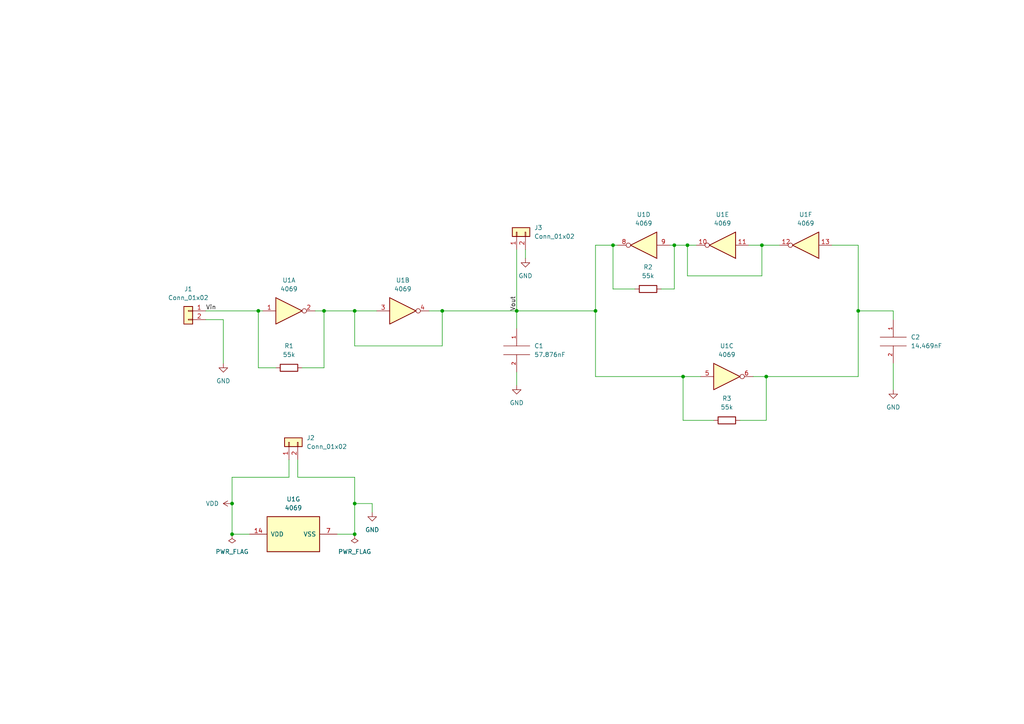
<source format=kicad_sch>
(kicad_sch (version 20211123) (generator eeschema)
  (paper "A4")
  (lib_symbols
    (symbol "4xxx:4069" (pin_names (offset 1.016))
      (property "Reference" "U" (at 0 1.27 0))
      (property "Value" "4069" (at 0 -1.27 0))
      (symbol "4069_1_0"
        (polyline (pts (xy -3.81 3.81) (xy -3.81 -3.81) (xy 3.81 0) (xy -3.81 3.81)) (stroke (width 0.254)) (fill (type background)))
        (pin input line (at -7.62 0 0) (length 3.81) (name "~") (number "1"))
        (pin output inverted (at 7.62 0 180) (length 3.81) (name "~") (number "2"))
      )
      (symbol "4069_2_0"
        (polyline (pts (xy -3.81 3.81) (xy -3.81 -3.81) (xy 3.81 0) (xy -3.81 3.81)) (stroke (width 0.254)) (fill (type background)))
        (pin input line (at -7.62 0 0) (length 3.81) (name "~") (number "3"))
        (pin output inverted (at 7.62 0 180) (length 3.81) (name "~") (number "4"))
      )
      (symbol "4069_3_0"
        (polyline (pts (xy -3.81 3.81) (xy -3.81 -3.81) (xy 3.81 0) (xy -3.81 3.81)) (stroke (width 0.254)) (fill (type background)))
        (pin input line (at -7.62 0 0) (length 3.81) (name "~") (number "5"))
        (pin output inverted (at 7.62 0 180) (length 3.81) (name "~") (number "6"))
      )
      (symbol "4069_4_0"
        (polyline (pts (xy -3.81 3.81) (xy -3.81 -3.81) (xy 3.81 0) (xy -3.81 3.81)) (stroke (width 0.254)) (fill (type background)))
        (pin output inverted (at 7.62 0 180) (length 3.81) (name "~") (number "8"))
        (pin input line (at -7.62 0 0) (length 3.81) (name "~") (number "9"))
      )
      (symbol "4069_5_0"
        (polyline (pts (xy -3.81 3.81) (xy -3.81 -3.81) (xy 3.81 0) (xy -3.81 3.81)) (stroke (width 0.254)) (fill (type background)))
        (pin output inverted (at 7.62 0 180) (length 3.81) (name "~") (number "10"))
        (pin input line (at -7.62 0 0) (length 3.81) (name "~") (number "11"))
      )
      (symbol "4069_6_0"
        (polyline (pts (xy -3.81 3.81) (xy -3.81 -3.81) (xy 3.81 0) (xy -3.81 3.81)) (stroke (width 0.254)) (fill (type background)))
        (pin output inverted (at 7.62 0 180) (length 3.81) (name "~") (number "12"))
        (pin input line (at -7.62 0 0) (length 3.81) (name "~") (number "13"))
      )
      (symbol "4069_7_0"
        (pin power_in line (at 0 12.7 270) (length 5.08) (name "VDD") (number "14"))
        (pin power_in line (at 0 -12.7 90) (length 5.08) (name "VSS") (number "7"))
      )
      (symbol "4069_7_1"
        (rectangle (start -5.08 7.62) (end 5.08 -7.62) (stroke (width 0.254)) (fill (type background)))
      )
    )
    (symbol "Connector_Generic:Conn_01x02" (pin_names (offset 1.016) hide)
      (property "Reference" "J" (at 0 2.54 0))
      (property "Value" "Conn_01x02" (at 0 -5.08 0))
      (symbol "Conn_01x02_1_1"
        (rectangle (start -1.27 -2.413) (end 0 -2.667) (stroke (width 0.1524)))
        (rectangle (start -1.27 0.127) (end 0 -0.127) (stroke (width 0.1524)))
        (rectangle (start -1.27 1.27) (end 1.27 -3.81) (stroke (width 0.254)) (fill (type background)))
        (pin passive line (at -5.08 0 0) (length 3.81) (name "Pin_1") (number "1"))
        (pin passive line (at -5.08 -2.54 0) (length 3.81) (name "Pin_2") (number "2"))
      )
    )
    (symbol "Device:R" (pin_numbers hide) (pin_names (offset 0))
      (property "Reference" "R" (at 2.032 0 90))
      (property "Value" "R" (at 0 0 90))
      (symbol "R_0_1"
        (rectangle (start -1.016 -2.54) (end 1.016 2.54) (stroke (width 0.254)))
      )
      (symbol "R_1_1"
        (pin passive line (at 0 3.81 270) (length 1.27) (name "~") (number "1"))
        (pin passive line (at 0 -3.81 90) (length 1.27) (name "~") (number "2"))
      )
    )
    (symbol "power:GND" (power) (pin_names (offset 0))
      (property "Value" "GND" (at 0 -3.81 0))
      (symbol "GND_0_1"
        (polyline (pts (xy 0 0) (xy 0 -1.27) (xy 1.27 -1.27) (xy 0 -2.54) (xy -1.27 -1.27) (xy 0 -1.27)))
      )
      (symbol "GND_1_1"
        (pin power_in line (at 0 0 270) (length 0) hide (name "GND") (number "1"))
      )
    )
    (symbol "power:PWR_FLAG" (power) (pin_numbers hide) (pin_names (offset 0) hide)
      (property "Value" "PWR_FLAG" (at 0 3.81 0))
      (symbol "PWR_FLAG_0_0"
        (pin power_out line (at 0 0 90) (length 0) (name "pwr") (number "1"))
      )
      (symbol "PWR_FLAG_0_1"
        (polyline (pts (xy 0 0) (xy 0 1.27) (xy -1.016 1.905) (xy 0 2.54) (xy 1.016 1.905) (xy 0 1.27)))
      )
    )
    (symbol "power:VDD" (power) (pin_names (offset 0))
      (property "Value" "VDD" (at 0 3.81 0))
      (symbol "VDD_0_1"
        (polyline (pts (xy -0.762 1.27) (xy 0 2.54)))
        (polyline (pts (xy 0 0) (xy 0 2.54)))
        (polyline (pts (xy 0 2.54) (xy 0.762 1.27)))
      )
      (symbol "VDD_1_1"
        (pin power_in line (at 0 0 90) (length 0) hide (name "VDD") (number "1"))
      )
    )
    (symbol "pspice:CAP" (pin_names (offset 0.254))
      (property "Reference" "C" (at 2.54 3.81 90))
      (property "Value" "CAP" (at 2.54 -3.81 90))
      (symbol "CAP_0_1"
        (polyline (pts (xy -3.81 -1.27) (xy 3.81 -1.27)))
        (polyline (pts (xy -3.81 1.27) (xy 3.81 1.27)))
      )
      (symbol "CAP_1_1"
        (pin passive line (at 0 6.35 270) (length 5.08) (name "~") (number "1"))
        (pin passive line (at 0 -6.35 90) (length 5.08) (name "~") (number "2"))
      )
    )
  )
  (junction (at 102.87 90.17))
  (junction (at 222.25 109.22))
  (junction (at 248.92 90.17))
  (junction (at 93.98 90.17))
  (junction (at 74.93 90.17))
  (junction (at 199.39 71.12))
  (junction (at 177.8 71.12))
  (junction (at 195.58 71.12))
  (junction (at 149.86 90.17))
  (junction (at 198.12 109.22))
  (junction (at 128.27 90.17))
  (junction (at 102.87 154.94))
  (junction (at 67.31 154.94))
  (junction (at 220.98 71.12))
  (junction (at 102.87 146.05))
  (junction (at 172.72 90.17))
  (junction (at 67.31 146.05))
  (wire (pts (xy 191.77 83.82) (xy 195.58 83.82)))
  (wire (pts (xy 107.95 146.05) (xy 102.87 146.05)))
  (wire (pts (xy 149.86 95.25) (xy 149.86 90.17)))
  (wire (pts (xy 198.12 121.92) (xy 198.12 109.22)))
  (wire (pts (xy 102.87 146.05) (xy 102.87 154.94)))
  (wire (pts (xy 59.69 92.71) (xy 64.77 92.71)))
  (wire (pts (xy 128.27 100.33) (xy 128.27 90.17)))
  (wire (pts (xy 207.01 121.92) (xy 198.12 121.92)))
  (wire (pts (xy 199.39 80.01) (xy 220.98 80.01)))
  (wire (pts (xy 102.87 138.43) (xy 102.87 146.05)))
  (wire (pts (xy 199.39 71.12) (xy 199.39 80.01)))
  (wire (pts (xy 86.36 138.43) (xy 102.87 138.43)))
  (wire (pts (xy 83.82 133.35) (xy 83.82 138.43)))
  (wire (pts (xy 93.98 90.17) (xy 102.87 90.17)))
  (wire (pts (xy 248.92 90.17) (xy 248.92 109.22)))
  (wire (pts (xy 149.86 107.95) (xy 149.86 111.76)))
  (wire (pts (xy 102.87 100.33) (xy 128.27 100.33)))
  (wire (pts (xy 86.36 133.35) (xy 86.36 138.43)))
  (wire (pts (xy 248.92 71.12) (xy 248.92 90.17)))
  (wire (pts (xy 128.27 90.17) (xy 149.86 90.17)))
  (wire (pts (xy 149.86 90.17) (xy 172.72 90.17)))
  (wire (pts (xy 199.39 71.12) (xy 201.93 71.12)))
  (wire (pts (xy 93.98 106.68) (xy 93.98 90.17)))
  (wire (pts (xy 74.93 106.68) (xy 74.93 90.17)))
  (wire (pts (xy 177.8 71.12) (xy 179.07 71.12)))
  (wire (pts (xy 259.08 92.71) (xy 259.08 90.17)))
  (wire (pts (xy 59.69 90.17) (xy 74.93 90.17)))
  (wire (pts (xy 220.98 71.12) (xy 226.06 71.12)))
  (wire (pts (xy 67.31 138.43) (xy 67.31 146.05)))
  (wire (pts (xy 259.08 90.17) (xy 248.92 90.17)))
  (wire (pts (xy 172.72 90.17) (xy 172.72 109.22)))
  (wire (pts (xy 248.92 109.22) (xy 222.25 109.22)))
  (wire (pts (xy 149.86 90.17) (xy 149.86 72.39)))
  (wire (pts (xy 152.4 72.39) (xy 152.4 74.93)))
  (wire (pts (xy 102.87 90.17) (xy 102.87 100.33)))
  (wire (pts (xy 217.17 71.12) (xy 220.98 71.12)))
  (wire (pts (xy 184.15 83.82) (xy 177.8 83.82)))
  (wire (pts (xy 214.63 121.92) (xy 222.25 121.92)))
  (wire (pts (xy 87.63 106.68) (xy 93.98 106.68)))
  (wire (pts (xy 102.87 90.17) (xy 109.22 90.17)))
  (wire (pts (xy 177.8 83.82) (xy 177.8 71.12)))
  (wire (pts (xy 83.82 138.43) (xy 67.31 138.43)))
  (wire (pts (xy 172.72 109.22) (xy 198.12 109.22)))
  (wire (pts (xy 67.31 154.94) (xy 72.39 154.94)))
  (wire (pts (xy 67.31 146.05) (xy 67.31 154.94)))
  (wire (pts (xy 80.01 106.68) (xy 74.93 106.68)))
  (wire (pts (xy 91.44 90.17) (xy 93.98 90.17)))
  (wire (pts (xy 124.46 90.17) (xy 128.27 90.17)))
  (wire (pts (xy 172.72 71.12) (xy 177.8 71.12)))
  (wire (pts (xy 172.72 90.17) (xy 172.72 71.12)))
  (wire (pts (xy 198.12 109.22) (xy 203.2 109.22)))
  (wire (pts (xy 259.08 105.41) (xy 259.08 113.03)))
  (wire (pts (xy 74.93 90.17) (xy 76.2 90.17)))
  (wire (pts (xy 194.31 71.12) (xy 195.58 71.12)))
  (wire (pts (xy 241.3 71.12) (xy 248.92 71.12)))
  (wire (pts (xy 107.95 148.59) (xy 107.95 146.05)))
  (wire (pts (xy 195.58 83.82) (xy 195.58 71.12)))
  (wire (pts (xy 97.79 154.94) (xy 102.87 154.94)))
  (wire (pts (xy 222.25 121.92) (xy 222.25 109.22)))
  (wire (pts (xy 64.77 92.71) (xy 64.77 105.41)))
  (wire (pts (xy 195.58 71.12) (xy 199.39 71.12)))
  (wire (pts (xy 220.98 80.01) (xy 220.98 71.12)))
  (wire (pts (xy 222.25 109.22) (xy 218.44 109.22)))
  (label "Vin" (at 59.69 90.17 0))
  (label "Vout" (at 149.86 90.17 90))
  (symbol (lib_id "4xxx:4069") (at 233.68 71.12 180) (unit 6)
    (property "Reference" "U1" (at 233.68 62.23 0))
    (property "Value" "4069" (at 233.68 64.77 0))
    (property "Footprint" "Package_DIP:DIP-14_W7.62mm" (effects hide))
    (property "Datasheet" "http://www.intersil.com/content/dam/Intersil/documents/cd40/cd4069ubms.pdf" (effects hide))
  )
  (symbol (lib_id "power:GND") (at 64.77 105.41 0) (unit 1)
    (property "Reference" "#PWR0104" (effects hide))
    (property "Value" "GND" (at 64.77 110.49 0))
  )
  (symbol (lib_id "Connector_Generic:Conn_01x02") (at 83.82 128.27 90) (unit 1)
    (property "Reference" "J2" (at 88.9 126.9999 90) (effects (justify right)))
    (property "Value" "Conn_01x02" (at 88.9 129.5399 90) (effects (justify right)))
    (property "Footprint" "Connector:Banana_Jack_2Pin" (effects hide))
  )
  (symbol (lib_id "Connector_Generic:Conn_01x02") (at 149.86 67.31 90) (unit 1)
    (property "Reference" "J3" (at 154.94 66.0399 90) (effects (justify right)))
    (property "Value" "Conn_01x02" (at 154.94 68.5799 90) (effects (justify right)))
    (property "Footprint" "Connector:Banana_Jack_2Pin" (effects hide))
  )
  (symbol (lib_id "power:PWR_FLAG") (at 67.31 154.94 180) (unit 1)
    (property "Reference" "#FLG0102" (effects hide))
    (property "Value" "PWR_FLAG" (at 67.31 160.02 0))
  )
  (symbol (lib_id "4xxx:4069") (at 186.69 71.12 180) (unit 4)
    (property "Reference" "U1" (at 186.69 62.23 0))
    (property "Value" "4069" (at 186.69 64.77 0))
    (property "Footprint" "Package_DIP:DIP-14_W7.62mm" (effects hide))
    (property "Datasheet" "http://www.intersil.com/content/dam/Intersil/documents/cd40/cd4069ubms.pdf" (effects hide))
  )
  (symbol (lib_id "Device:R") (at 83.82 106.68 90) (unit 1)
    (property "Reference" "R1" (at 83.82 100.33 90))
    (property "Value" "55k" (at 83.82 102.87 90))
    (property "Footprint" "Resistor_THT:R_Axial_DIN0411_L9.9mm_D3.6mm_P5.08mm_Vertical" (effects hide))
  )
  (symbol (lib_id "power:GND") (at 149.86 111.76 0) (unit 1)
    (property "Reference" "#PWR0101" (effects hide))
    (property "Value" "GND" (at 149.86 116.84 0))
  )
  (symbol (lib_id "Device:R") (at 187.96 83.82 90) (unit 1)
    (property "Reference" "R2" (at 187.96 77.47 90))
    (property "Value" "55k" (at 187.96 80.01 90))
    (property "Footprint" "Resistor_THT:R_Axial_DIN0411_L9.9mm_D3.6mm_P5.08mm_Vertical" (effects hide))
  )
  (symbol (lib_id "4xxx:4069") (at 85.09 154.94 90) (unit 7)
    (property "Reference" "U1" (at 85.09 144.78 90))
    (property "Value" "4069" (at 85.09 147.32 90))
    (property "Footprint" "Package_DIP:DIP-14_W7.62mm" (effects hide))
    (property "Datasheet" "http://www.intersil.com/content/dam/Intersil/documents/cd40/cd4069ubms.pdf" (effects hide))
  )
  (symbol (lib_id "power:VDD") (at 67.31 146.05 90) (unit 1)
    (property "Reference" "#PWR0106" (effects hide))
    (property "Value" "VDD" (at 63.5 146.0499 90) (effects (justify left)))
  )
  (symbol (lib_id "4xxx:4069") (at 209.55 71.12 180) (unit 5)
    (property "Reference" "U1" (at 209.55 62.23 0))
    (property "Value" "4069" (at 209.55 64.77 0))
    (property "Footprint" "Package_DIP:DIP-14_W7.62mm" (effects hide))
    (property "Datasheet" "http://www.intersil.com/content/dam/Intersil/documents/cd40/cd4069ubms.pdf" (effects hide))
  )
  (symbol (lib_id "pspice:CAP") (at 259.08 99.06 0) (unit 1)
    (property "Reference" "C2" (at 264.16 97.7899 0) (effects (justify left)))
    (property "Value" "14.469nF" (at 264.16 100.3299 0) (effects (justify left)))
    (property "Footprint" "Capacitor_THT:C_Disc_D3.0mm_W1.6mm_P2.50mm" (effects hide))
  )
  (symbol (lib_id "4xxx:4069") (at 210.82 109.22 0) (unit 3)
    (property "Reference" "U1" (at 210.82 100.33 0))
    (property "Value" "4069" (at 210.82 102.87 0))
    (property "Footprint" "Package_DIP:DIP-14_W7.62mm" (effects hide))
    (property "Datasheet" "http://www.intersil.com/content/dam/Intersil/documents/cd40/cd4069ubms.pdf" (effects hide))
  )
  (symbol (lib_id "Device:R") (at 210.82 121.92 90) (unit 1)
    (property "Reference" "R3" (at 210.82 115.57 90))
    (property "Value" "55k" (at 210.82 118.11 90))
    (property "Footprint" "Resistor_THT:R_Axial_DIN0411_L9.9mm_D3.6mm_P5.08mm_Vertical" (effects hide))
  )
  (symbol (lib_id "power:GND") (at 259.08 113.03 0) (unit 1)
    (property "Reference" "#PWR01" (effects hide))
    (property "Value" "GND" (at 259.08 118.11 0))
  )
  (symbol (lib_id "Connector_Generic:Conn_01x02") (at 54.61 90.17 0) (mirror y) (unit 1)
    (property "Reference" "J1" (at 54.61 83.82 0))
    (property "Value" "Conn_01x02" (at 54.61 86.36 0))
    (property "Footprint" "Connector:Banana_Jack_2Pin" (effects hide))
  )
  (symbol (lib_id "power:PWR_FLAG") (at 102.87 154.94 180) (unit 1)
    (property "Reference" "#FLG0101" (effects hide))
    (property "Value" "PWR_FLAG" (at 102.87 160.02 0))
  )
  (symbol (lib_id "pspice:CAP") (at 149.86 101.6 0) (unit 1)
    (property "Reference" "C1" (at 154.94 100.3299 0) (effects (justify left)))
    (property "Value" "57.876nF" (at 154.94 102.8699 0) (effects (justify left)))
    (property "Footprint" "Capacitor_THT:C_Disc_D3.0mm_W1.6mm_P2.50mm" (effects hide))
  )
  (symbol (lib_id "4xxx:4069") (at 116.84 90.17 0) (unit 2)
    (property "Reference" "U1" (at 116.84 81.28 0))
    (property "Value" "4069" (at 116.84 83.82 0))
    (property "Footprint" "Package_DIP:DIP-14_W7.62mm" (effects hide))
    (property "Datasheet" "http://www.intersil.com/content/dam/Intersil/documents/cd40/cd4069ubms.pdf" (effects hide))
  )
  (symbol (lib_id "4xxx:4069") (at 83.82 90.17 0) (unit 1)
    (property "Reference" "U1" (at 83.82 81.28 0))
    (property "Value" "4069" (at 83.82 83.82 0))
    (property "Footprint" "Package_DIP:DIP-14_W7.62mm" (effects hide))
    (property "Datasheet" "http://www.intersil.com/content/dam/Intersil/documents/cd40/cd4069ubms.pdf" (effects hide))
  )
  (symbol (lib_id "power:GND") (at 152.4 74.93 0) (unit 1)
    (property "Reference" "#PWR0102" (effects hide))
    (property "Value" "GND" (at 152.4 80.01 0))
  )
  (symbol (lib_id "power:GND") (at 107.95 148.59 0) (unit 1)
    (property "Reference" "#PWR0105" (effects hide))
    (property "Value" "GND" (at 107.95 153.67 0))
  )
)
</source>
